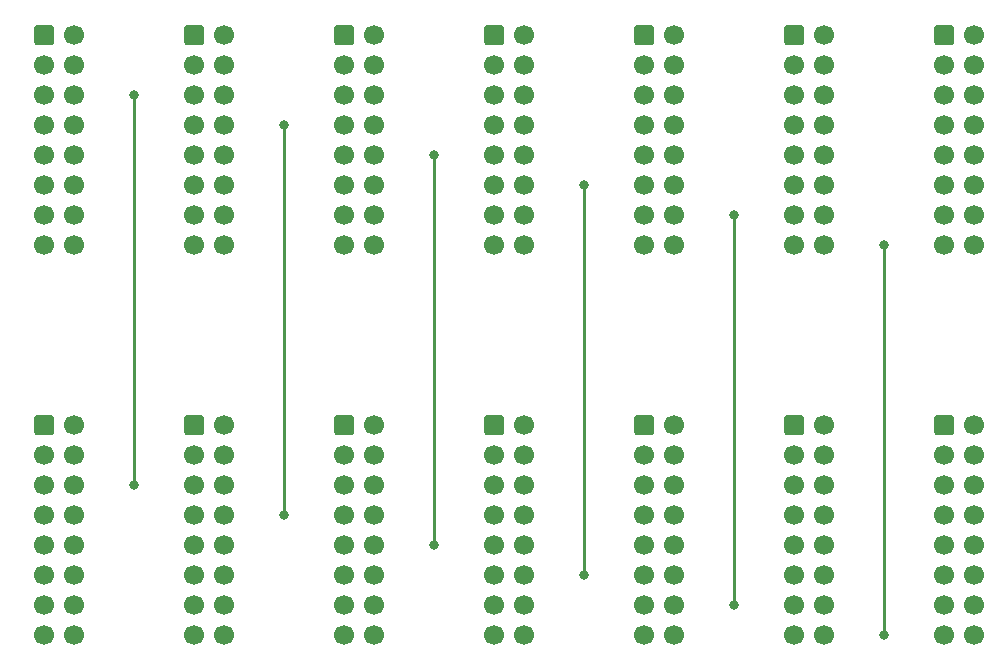
<source format=gbr>
G04 #@! TF.GenerationSoftware,KiCad,Pcbnew,(5.1.6-0-10_14)*
G04 #@! TF.CreationDate,2021-07-16T23:08:20+02:00*
G04 #@! TF.ProjectId,eurorack-busboard,6575726f-7261-4636-9b2d-627573626f61,rev?*
G04 #@! TF.SameCoordinates,Original*
G04 #@! TF.FileFunction,Copper,L2,Bot*
G04 #@! TF.FilePolarity,Positive*
%FSLAX46Y46*%
G04 Gerber Fmt 4.6, Leading zero omitted, Abs format (unit mm)*
G04 Created by KiCad (PCBNEW (5.1.6-0-10_14)) date 2021-07-16 23:08:20*
%MOMM*%
%LPD*%
G01*
G04 APERTURE LIST*
G04 #@! TA.AperFunction,ComponentPad*
%ADD10C,1.700000*%
G04 #@! TD*
G04 #@! TA.AperFunction,ViaPad*
%ADD11C,0.800000*%
G04 #@! TD*
G04 #@! TA.AperFunction,Conductor*
%ADD12C,0.250000*%
G04 #@! TD*
G04 APERTURE END LIST*
D10*
X88900000Y-26670000D03*
X88900000Y-24130000D03*
X88900000Y-21590000D03*
X88900000Y-19050000D03*
X88900000Y-16510000D03*
X88900000Y-13970000D03*
X88900000Y-11430000D03*
X88900000Y-8890000D03*
X86360000Y-26670000D03*
X86360000Y-24130000D03*
X86360000Y-21590000D03*
X86360000Y-19050000D03*
X86360000Y-16510000D03*
X86360000Y-13970000D03*
X86360000Y-11430000D03*
G04 #@! TA.AperFunction,ComponentPad*
G36*
G01*
X85510000Y-9490000D02*
X85510000Y-8290000D01*
G75*
G02*
X85760000Y-8040000I250000J0D01*
G01*
X86960000Y-8040000D01*
G75*
G02*
X87210000Y-8290000I0J-250000D01*
G01*
X87210000Y-9490000D01*
G75*
G02*
X86960000Y-9740000I-250000J0D01*
G01*
X85760000Y-9740000D01*
G75*
G02*
X85510000Y-9490000I0J250000D01*
G01*
G37*
G04 #@! TD.AperFunction*
G04 #@! TA.AperFunction,ComponentPad*
G36*
G01*
X85510000Y-42510000D02*
X85510000Y-41310000D01*
G75*
G02*
X85760000Y-41060000I250000J0D01*
G01*
X86960000Y-41060000D01*
G75*
G02*
X87210000Y-41310000I0J-250000D01*
G01*
X87210000Y-42510000D01*
G75*
G02*
X86960000Y-42760000I-250000J0D01*
G01*
X85760000Y-42760000D01*
G75*
G02*
X85510000Y-42510000I0J250000D01*
G01*
G37*
G04 #@! TD.AperFunction*
X86360000Y-44450000D03*
X86360000Y-46990000D03*
X86360000Y-49530000D03*
X86360000Y-52070000D03*
X86360000Y-54610000D03*
X86360000Y-57150000D03*
X86360000Y-59690000D03*
X88900000Y-41910000D03*
X88900000Y-44450000D03*
X88900000Y-46990000D03*
X88900000Y-49530000D03*
X88900000Y-52070000D03*
X88900000Y-54610000D03*
X88900000Y-57150000D03*
X88900000Y-59690000D03*
G04 #@! TA.AperFunction,ComponentPad*
G36*
G01*
X47410000Y-42510000D02*
X47410000Y-41310000D01*
G75*
G02*
X47660000Y-41060000I250000J0D01*
G01*
X48860000Y-41060000D01*
G75*
G02*
X49110000Y-41310000I0J-250000D01*
G01*
X49110000Y-42510000D01*
G75*
G02*
X48860000Y-42760000I-250000J0D01*
G01*
X47660000Y-42760000D01*
G75*
G02*
X47410000Y-42510000I0J250000D01*
G01*
G37*
G04 #@! TD.AperFunction*
X48260000Y-44450000D03*
X48260000Y-46990000D03*
X48260000Y-49530000D03*
X48260000Y-52070000D03*
X48260000Y-54610000D03*
X48260000Y-57150000D03*
X48260000Y-59690000D03*
X50800000Y-41910000D03*
X50800000Y-44450000D03*
X50800000Y-46990000D03*
X50800000Y-49530000D03*
X50800000Y-52070000D03*
X50800000Y-54610000D03*
X50800000Y-57150000D03*
X50800000Y-59690000D03*
G04 #@! TA.AperFunction,ComponentPad*
G36*
G01*
X34710000Y-9490000D02*
X34710000Y-8290000D01*
G75*
G02*
X34960000Y-8040000I250000J0D01*
G01*
X36160000Y-8040000D01*
G75*
G02*
X36410000Y-8290000I0J-250000D01*
G01*
X36410000Y-9490000D01*
G75*
G02*
X36160000Y-9740000I-250000J0D01*
G01*
X34960000Y-9740000D01*
G75*
G02*
X34710000Y-9490000I0J250000D01*
G01*
G37*
G04 #@! TD.AperFunction*
X35560000Y-11430000D03*
X35560000Y-13970000D03*
X35560000Y-16510000D03*
X35560000Y-19050000D03*
X35560000Y-21590000D03*
X35560000Y-24130000D03*
X35560000Y-26670000D03*
X38100000Y-8890000D03*
X38100000Y-11430000D03*
X38100000Y-13970000D03*
X38100000Y-16510000D03*
X38100000Y-19050000D03*
X38100000Y-21590000D03*
X38100000Y-24130000D03*
X38100000Y-26670000D03*
X38100000Y-59690000D03*
X38100000Y-57150000D03*
X38100000Y-54610000D03*
X38100000Y-52070000D03*
X38100000Y-49530000D03*
X38100000Y-46990000D03*
X38100000Y-44450000D03*
X38100000Y-41910000D03*
X35560000Y-59690000D03*
X35560000Y-57150000D03*
X35560000Y-54610000D03*
X35560000Y-52070000D03*
X35560000Y-49530000D03*
X35560000Y-46990000D03*
X35560000Y-44450000D03*
G04 #@! TA.AperFunction,ComponentPad*
G36*
G01*
X34710000Y-42510000D02*
X34710000Y-41310000D01*
G75*
G02*
X34960000Y-41060000I250000J0D01*
G01*
X36160000Y-41060000D01*
G75*
G02*
X36410000Y-41310000I0J-250000D01*
G01*
X36410000Y-42510000D01*
G75*
G02*
X36160000Y-42760000I-250000J0D01*
G01*
X34960000Y-42760000D01*
G75*
G02*
X34710000Y-42510000I0J250000D01*
G01*
G37*
G04 #@! TD.AperFunction*
X50800000Y-26670000D03*
X50800000Y-24130000D03*
X50800000Y-21590000D03*
X50800000Y-19050000D03*
X50800000Y-16510000D03*
X50800000Y-13970000D03*
X50800000Y-11430000D03*
X50800000Y-8890000D03*
X48260000Y-26670000D03*
X48260000Y-24130000D03*
X48260000Y-21590000D03*
X48260000Y-19050000D03*
X48260000Y-16510000D03*
X48260000Y-13970000D03*
X48260000Y-11430000D03*
G04 #@! TA.AperFunction,ComponentPad*
G36*
G01*
X47410000Y-9490000D02*
X47410000Y-8290000D01*
G75*
G02*
X47660000Y-8040000I250000J0D01*
G01*
X48860000Y-8040000D01*
G75*
G02*
X49110000Y-8290000I0J-250000D01*
G01*
X49110000Y-9490000D01*
G75*
G02*
X48860000Y-9740000I-250000J0D01*
G01*
X47660000Y-9740000D01*
G75*
G02*
X47410000Y-9490000I0J250000D01*
G01*
G37*
G04 #@! TD.AperFunction*
G04 #@! TA.AperFunction,ComponentPad*
G36*
G01*
X72810000Y-9490000D02*
X72810000Y-8290000D01*
G75*
G02*
X73060000Y-8040000I250000J0D01*
G01*
X74260000Y-8040000D01*
G75*
G02*
X74510000Y-8290000I0J-250000D01*
G01*
X74510000Y-9490000D01*
G75*
G02*
X74260000Y-9740000I-250000J0D01*
G01*
X73060000Y-9740000D01*
G75*
G02*
X72810000Y-9490000I0J250000D01*
G01*
G37*
G04 #@! TD.AperFunction*
X73660000Y-11430000D03*
X73660000Y-13970000D03*
X73660000Y-16510000D03*
X73660000Y-19050000D03*
X73660000Y-21590000D03*
X73660000Y-24130000D03*
X73660000Y-26670000D03*
X76200000Y-8890000D03*
X76200000Y-11430000D03*
X76200000Y-13970000D03*
X76200000Y-16510000D03*
X76200000Y-19050000D03*
X76200000Y-21590000D03*
X76200000Y-24130000D03*
X76200000Y-26670000D03*
G04 #@! TA.AperFunction,ComponentPad*
G36*
G01*
X60110000Y-42510000D02*
X60110000Y-41310000D01*
G75*
G02*
X60360000Y-41060000I250000J0D01*
G01*
X61560000Y-41060000D01*
G75*
G02*
X61810000Y-41310000I0J-250000D01*
G01*
X61810000Y-42510000D01*
G75*
G02*
X61560000Y-42760000I-250000J0D01*
G01*
X60360000Y-42760000D01*
G75*
G02*
X60110000Y-42510000I0J250000D01*
G01*
G37*
G04 #@! TD.AperFunction*
X60960000Y-44450000D03*
X60960000Y-46990000D03*
X60960000Y-49530000D03*
X60960000Y-52070000D03*
X60960000Y-54610000D03*
X60960000Y-57150000D03*
X60960000Y-59690000D03*
X63500000Y-41910000D03*
X63500000Y-44450000D03*
X63500000Y-46990000D03*
X63500000Y-49530000D03*
X63500000Y-52070000D03*
X63500000Y-54610000D03*
X63500000Y-57150000D03*
X63500000Y-59690000D03*
X76200000Y-59690000D03*
X76200000Y-57150000D03*
X76200000Y-54610000D03*
X76200000Y-52070000D03*
X76200000Y-49530000D03*
X76200000Y-46990000D03*
X76200000Y-44450000D03*
X76200000Y-41910000D03*
X73660000Y-59690000D03*
X73660000Y-57150000D03*
X73660000Y-54610000D03*
X73660000Y-52070000D03*
X73660000Y-49530000D03*
X73660000Y-46990000D03*
X73660000Y-44450000D03*
G04 #@! TA.AperFunction,ComponentPad*
G36*
G01*
X72810000Y-42510000D02*
X72810000Y-41310000D01*
G75*
G02*
X73060000Y-41060000I250000J0D01*
G01*
X74260000Y-41060000D01*
G75*
G02*
X74510000Y-41310000I0J-250000D01*
G01*
X74510000Y-42510000D01*
G75*
G02*
X74260000Y-42760000I-250000J0D01*
G01*
X73060000Y-42760000D01*
G75*
G02*
X72810000Y-42510000I0J250000D01*
G01*
G37*
G04 #@! TD.AperFunction*
X63500000Y-26670000D03*
X63500000Y-24130000D03*
X63500000Y-21590000D03*
X63500000Y-19050000D03*
X63500000Y-16510000D03*
X63500000Y-13970000D03*
X63500000Y-11430000D03*
X63500000Y-8890000D03*
X60960000Y-26670000D03*
X60960000Y-24130000D03*
X60960000Y-21590000D03*
X60960000Y-19050000D03*
X60960000Y-16510000D03*
X60960000Y-13970000D03*
X60960000Y-11430000D03*
G04 #@! TA.AperFunction,ComponentPad*
G36*
G01*
X60110000Y-9490000D02*
X60110000Y-8290000D01*
G75*
G02*
X60360000Y-8040000I250000J0D01*
G01*
X61560000Y-8040000D01*
G75*
G02*
X61810000Y-8290000I0J-250000D01*
G01*
X61810000Y-9490000D01*
G75*
G02*
X61560000Y-9740000I-250000J0D01*
G01*
X60360000Y-9740000D01*
G75*
G02*
X60110000Y-9490000I0J250000D01*
G01*
G37*
G04 #@! TD.AperFunction*
X25400000Y-26670000D03*
X25400000Y-24130000D03*
X25400000Y-21590000D03*
X25400000Y-19050000D03*
X25400000Y-16510000D03*
X25400000Y-13970000D03*
X25400000Y-11430000D03*
X25400000Y-8890000D03*
X22860000Y-26670000D03*
X22860000Y-24130000D03*
X22860000Y-21590000D03*
X22860000Y-19050000D03*
X22860000Y-16510000D03*
X22860000Y-13970000D03*
X22860000Y-11430000D03*
G04 #@! TA.AperFunction,ComponentPad*
G36*
G01*
X22010000Y-9490000D02*
X22010000Y-8290000D01*
G75*
G02*
X22260000Y-8040000I250000J0D01*
G01*
X23460000Y-8040000D01*
G75*
G02*
X23710000Y-8290000I0J-250000D01*
G01*
X23710000Y-9490000D01*
G75*
G02*
X23460000Y-9740000I-250000J0D01*
G01*
X22260000Y-9740000D01*
G75*
G02*
X22010000Y-9490000I0J250000D01*
G01*
G37*
G04 #@! TD.AperFunction*
G04 #@! TA.AperFunction,ComponentPad*
G36*
G01*
X22010000Y-42510000D02*
X22010000Y-41310000D01*
G75*
G02*
X22260000Y-41060000I250000J0D01*
G01*
X23460000Y-41060000D01*
G75*
G02*
X23710000Y-41310000I0J-250000D01*
G01*
X23710000Y-42510000D01*
G75*
G02*
X23460000Y-42760000I-250000J0D01*
G01*
X22260000Y-42760000D01*
G75*
G02*
X22010000Y-42510000I0J250000D01*
G01*
G37*
G04 #@! TD.AperFunction*
X22860000Y-44450000D03*
X22860000Y-46990000D03*
X22860000Y-49530000D03*
X22860000Y-52070000D03*
X22860000Y-54610000D03*
X22860000Y-57150000D03*
X22860000Y-59690000D03*
X25400000Y-41910000D03*
X25400000Y-44450000D03*
X25400000Y-46990000D03*
X25400000Y-49530000D03*
X25400000Y-52070000D03*
X25400000Y-54610000D03*
X25400000Y-57150000D03*
X25400000Y-59690000D03*
X12700000Y-59690000D03*
X12700000Y-57150000D03*
X12700000Y-54610000D03*
X12700000Y-52070000D03*
X12700000Y-49530000D03*
X12700000Y-46990000D03*
X12700000Y-44450000D03*
X12700000Y-41910000D03*
X10160000Y-59690000D03*
X10160000Y-57150000D03*
X10160000Y-54610000D03*
X10160000Y-52070000D03*
X10160000Y-49530000D03*
X10160000Y-46990000D03*
X10160000Y-44450000D03*
G04 #@! TA.AperFunction,ComponentPad*
G36*
G01*
X9310000Y-42510000D02*
X9310000Y-41310000D01*
G75*
G02*
X9560000Y-41060000I250000J0D01*
G01*
X10760000Y-41060000D01*
G75*
G02*
X11010000Y-41310000I0J-250000D01*
G01*
X11010000Y-42510000D01*
G75*
G02*
X10760000Y-42760000I-250000J0D01*
G01*
X9560000Y-42760000D01*
G75*
G02*
X9310000Y-42510000I0J250000D01*
G01*
G37*
G04 #@! TD.AperFunction*
G04 #@! TA.AperFunction,ComponentPad*
G36*
G01*
X9310000Y-9490000D02*
X9310000Y-8290000D01*
G75*
G02*
X9560000Y-8040000I250000J0D01*
G01*
X10760000Y-8040000D01*
G75*
G02*
X11010000Y-8290000I0J-250000D01*
G01*
X11010000Y-9490000D01*
G75*
G02*
X10760000Y-9740000I-250000J0D01*
G01*
X9560000Y-9740000D01*
G75*
G02*
X9310000Y-9490000I0J250000D01*
G01*
G37*
G04 #@! TD.AperFunction*
X10160000Y-11430000D03*
X10160000Y-13970000D03*
X10160000Y-16510000D03*
X10160000Y-19050000D03*
X10160000Y-21590000D03*
X10160000Y-24130000D03*
X10160000Y-26670000D03*
X12700000Y-8890000D03*
X12700000Y-11430000D03*
X12700000Y-13970000D03*
X12700000Y-16510000D03*
X12700000Y-19050000D03*
X12700000Y-21590000D03*
X12700000Y-24130000D03*
X12700000Y-26670000D03*
D11*
X17780000Y-13970000D03*
X17780000Y-46990000D03*
X30480000Y-49530000D03*
X30480000Y-16510000D03*
X43180000Y-19050000D03*
X43180000Y-52070000D03*
X55880000Y-21590000D03*
X55880000Y-54610000D03*
X68580000Y-24130000D03*
X68580000Y-57150000D03*
X81280000Y-26670000D03*
X81280000Y-59690000D03*
D12*
X17780000Y-13970000D02*
X17780000Y-46990000D01*
X30480000Y-16510000D02*
X30480000Y-49530000D01*
X43180000Y-19050000D02*
X43180000Y-52070000D01*
X55880000Y-21590000D02*
X55880000Y-54610000D01*
X68580000Y-24130000D02*
X68580000Y-57150000D01*
X81280000Y-26670000D02*
X81280000Y-59690000D01*
M02*

</source>
